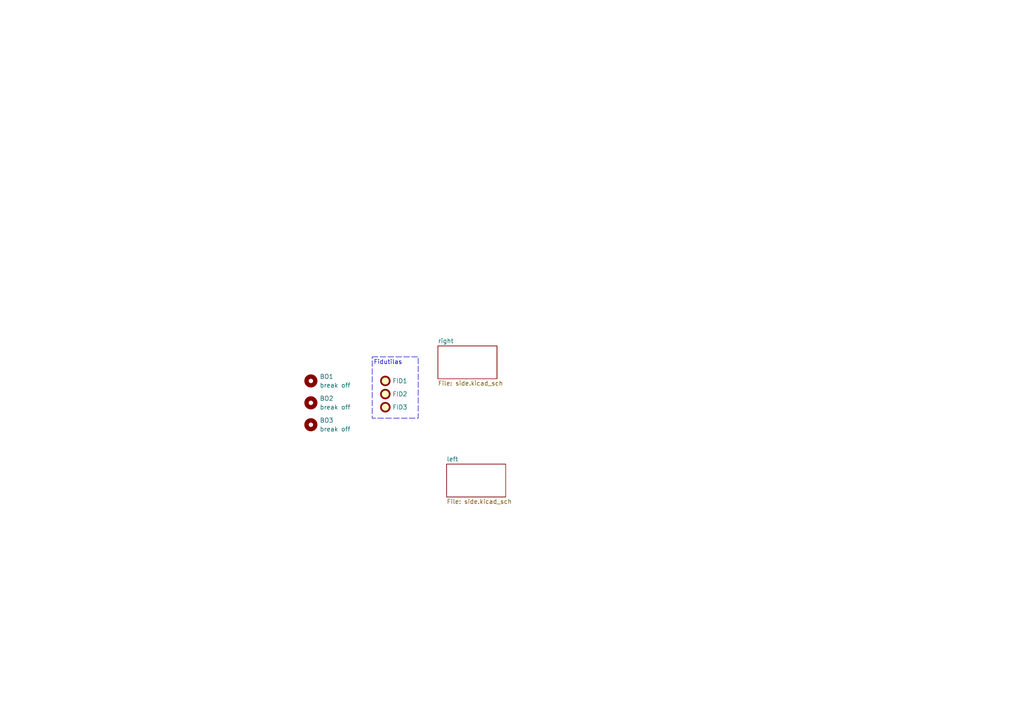
<source format=kicad_sch>
(kicad_sch (version 20250114) (generator "eeschema") (generator_version "9.0")
  (paper "A4")
  (lib_symbols
    (symbol "Mechanical:Fiducial" (exclude_from_sim yes) (in_bom no)
      (property "Reference" "FID" (at 0 5.08 0))
      (property "Value" "Fiducial" (at 0 3.175 0))
      (symbol "Fiducial_0_1"
        (circle (center 0 0) (radius 1.27) (stroke (width 0.508)) (fill (type background)))
      )
    )
    (symbol "Mechanical:MountingHole" (pin_names (offset 1.016)) (exclude_from_sim yes) (in_bom no)
      (property "Reference" "H" (at 0 5.08 0))
      (property "Value" "MountingHole" (at 0 3.175 0))
      (symbol "MountingHole_0_1"
        (circle (center 0 0) (radius 1.27) (stroke (width 1.27)))
      )
    )
  )
  (rectangle (start 107.95 103.505) (end 121.285 121.285) (stroke (width 0) (type dash)))
  (text "Fidutilas\n\n" (at 112.522 106.172 0) (effects (font (size 1.27 1.27))))
  (symbol (lib_id "Mechanical:MountingHole") (at 90.17 123.19 0) (unit 1) (exclude_from_sim yes) (in_bom no)
    (property "Reference" "BO3" (at 92.71 121.9199 0) (effects (justify left)))
    (property "Value" "break off" (at 92.71 124.4599 0) (effects (justify left)))
    (property "Footprint" "panelization:mouse-bite-2mm-slot" (effects (hide yes)))
    (property "Description" "Mounting Hole without connection" (effects (hide yes)))
  )
  (symbol (lib_id "Mechanical:Fiducial") (at 111.76 114.3 0) (unit 1) (exclude_from_sim yes) (in_bom no)
    (property "Reference" "FID2" (at 113.792 114.3 0) (effects (justify left)))
    (property "Value" "Fiducial" (effects (hide yes)))
    (property "Footprint" "Fiducial:Fiducial_1.5mm_Mask3mm" (effects (hide yes)))
    (property "Description" "Fiducial Marker" (effects (hide yes)))
  )
  (symbol (lib_id "Mechanical:Fiducial") (at 111.76 110.49 0) (unit 1) (exclude_from_sim yes) (in_bom no)
    (property "Reference" "FID1" (at 113.792 110.49 0) (effects (justify left)))
    (property "Value" "Fiducial" (effects (hide yes)))
    (property "Footprint" "Fiducial:Fiducial_1.5mm_Mask3mm" (effects (hide yes)))
    (property "Description" "Fiducial Marker" (effects (hide yes)))
  )
  (symbol (lib_id "Mechanical:MountingHole") (at 90.17 116.84 0) (unit 1) (exclude_from_sim yes) (in_bom no)
    (property "Reference" "BO2" (at 92.71 115.5699 0) (effects (justify left)))
    (property "Value" "break off" (at 92.71 118.1099 0) (effects (justify left)))
    (property "Footprint" "panelization:mouse-bite-2mm-slot" (effects (hide yes)))
    (property "Description" "Mounting Hole without connection" (effects (hide yes)))
  )
  (symbol (lib_id "Mechanical:MountingHole") (at 90.17 110.49 0) (unit 1) (exclude_from_sim yes) (in_bom no)
    (property "Reference" "BO1" (at 92.71 109.2199 0) (effects (justify left)))
    (property "Value" "break off" (at 92.71 111.7599 0) (effects (justify left)))
    (property "Footprint" "panelization:mouse-bite-2mm-slot" (effects (hide yes)))
    (property "Description" "Mounting Hole without connection" (effects (hide yes)))
  )
  (symbol (lib_id "Mechanical:Fiducial") (at 111.76 118.11 0) (unit 1) (exclude_from_sim yes) (in_bom no)
    (property "Reference" "FID3" (at 113.792 118.11 0) (effects (justify left)))
    (property "Value" "Fiducial" (effects (hide yes)))
    (property "Footprint" "Fiducial:Fiducial_1.5mm_Mask3mm" (effects (hide yes)))
    (property "Description" "Fiducial Marker" (effects (hide yes)))
  )
  (sheet (at 129.54 134.62) (size 17.145 9.525) (stroke (width 0.1524))
    (property "Sheetname" "left" (at 129.54 133.9084 0) (effects (justify left bottom)))
    (property "Sheetfile" "side.kicad_sch" (at 129.54 144.7296 0) (effects (justify left top)))
  )
  (sheet (at 127 100.33) (size 17.145 9.525) (stroke (width 0.1524))
    (property "Sheetname" "right" (at 127 99.6184 0) (effects (justify left bottom)))
    (property "Sheetfile" "side.kicad_sch" (at 127 110.4396 0) (effects (justify left top)))
  )
)
</source>
